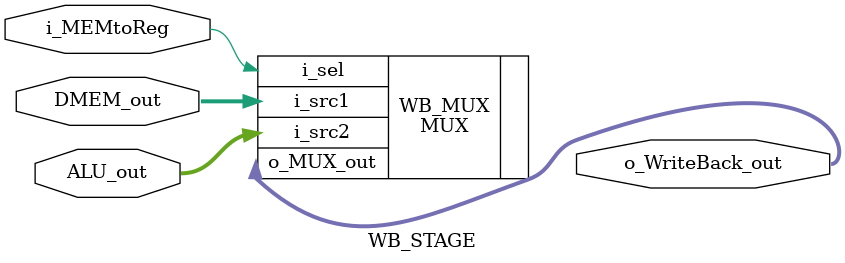
<source format=v>

module WB_STAGE(
    input i_MEMtoReg,
    input [15:0] DMEM_out, ALU_out,
    output [15:0] o_WriteBack_out
);

MUX WB_MUX(
    .i_src1(DMEM_out),
    .i_src2(ALU_out),
    .i_sel(i_MEMtoReg),
    .o_MUX_out(o_WriteBack_out)
);

endmodule
</source>
